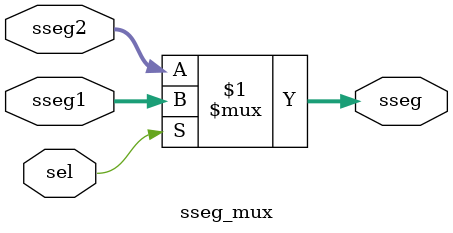
<source format=sv>
`timescale 1ns / 1ps

module sseg_mux(
 input logic [7:0] sseg1,
 input logic [7:0] sseg2,
 input logic sel,
 output logic [7:0] sseg
 );
    
 assign sseg = sel ? sseg1 : sseg2;
endmodule

</source>
